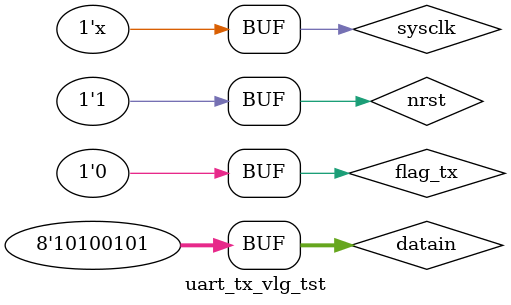
<source format=v>
`timescale 1 ns/ 1 ps
module uart_tx_vlg_tst();

	reg sysclk		;
	reg nrst		;
	
	reg [7:0] datain	;
	reg flag_tx		;
	
	wire rs232_tx	;
					
	wire tx_done	;
	
	uart_tx uart_tx_inst(	.sysclk		(sysclk		),
							.nrst		(nrst		),
							.datain		(datain		),
							.flag_tx	(flag_tx	),
							.rs232_tx	(rs232_tx	),
							.tx_done	(tx_done	)	
							);
	
	initial 
	begin
		sysclk = 1'b1 ;
		nrst   = 1'b0 ;
		datain = 8'b0 ;
		flag_tx = 1'b0 ;
		#50 nrst = 1'b1 ;
	end 
	
	always #10 sysclk=~sysclk;
	
	initial
	begin
		//repeat( 3 ) begin
			#100 flag_tx = 1'b1 ;
			#120 flag_tx = 1'b0 ;
			#1800000 flag_tx = 1'b1 ;
			#1800020 flag_tx = 1'b0 ;
		//end
	end
	
	initial
	begin
		//repeat( 3 ) begin
			#100  datain = 8'h5a ;
			#1800000 datain = 8'ha5 ;
		//end
	end
	
endmodule
</source>
